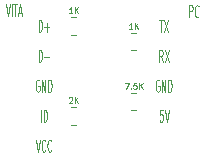
<source format=gbr>
%TF.GenerationSoftware,KiCad,Pcbnew,7.0.6*%
%TF.CreationDate,2023-08-09T20:27:15+02:00*%
%TF.ProjectId,PCH-2xxxJIG_0805_Nano,5043482d-3278-4787-984a-49475f303830,rev?*%
%TF.SameCoordinates,Original*%
%TF.FileFunction,Legend,Top*%
%TF.FilePolarity,Positive*%
%FSLAX46Y46*%
G04 Gerber Fmt 4.6, Leading zero omitted, Abs format (unit mm)*
G04 Created by KiCad (PCBNEW 7.0.6) date 2023-08-09 20:27:15*
%MOMM*%
%LPD*%
G01*
G04 APERTURE LIST*
%ADD10C,0.125000*%
%ADD11C,0.120000*%
G04 APERTURE END LIST*
D10*
X73279048Y-32476119D02*
X73564762Y-32476119D01*
X73421905Y-33476119D02*
X73421905Y-32476119D01*
X73683809Y-32476119D02*
X74017142Y-33476119D01*
X74017142Y-32476119D02*
X73683809Y-33476119D01*
X75819047Y-32256119D02*
X75819047Y-31256119D01*
X75819047Y-31256119D02*
X76009523Y-31256119D01*
X76009523Y-31256119D02*
X76057142Y-31303738D01*
X76057142Y-31303738D02*
X76080952Y-31351357D01*
X76080952Y-31351357D02*
X76104761Y-31446595D01*
X76104761Y-31446595D02*
X76104761Y-31589452D01*
X76104761Y-31589452D02*
X76080952Y-31684690D01*
X76080952Y-31684690D02*
X76057142Y-31732309D01*
X76057142Y-31732309D02*
X76009523Y-31779928D01*
X76009523Y-31779928D02*
X75819047Y-31779928D01*
X76604761Y-32160880D02*
X76580952Y-32208500D01*
X76580952Y-32208500D02*
X76509523Y-32256119D01*
X76509523Y-32256119D02*
X76461904Y-32256119D01*
X76461904Y-32256119D02*
X76390476Y-32208500D01*
X76390476Y-32208500D02*
X76342857Y-32113261D01*
X76342857Y-32113261D02*
X76319047Y-32018023D01*
X76319047Y-32018023D02*
X76295238Y-31827547D01*
X76295238Y-31827547D02*
X76295238Y-31684690D01*
X76295238Y-31684690D02*
X76319047Y-31494214D01*
X76319047Y-31494214D02*
X76342857Y-31398976D01*
X76342857Y-31398976D02*
X76390476Y-31303738D01*
X76390476Y-31303738D02*
X76461904Y-31256119D01*
X76461904Y-31256119D02*
X76509523Y-31256119D01*
X76509523Y-31256119D02*
X76580952Y-31303738D01*
X76580952Y-31303738D02*
X76604761Y-31351357D01*
X65647143Y-39072428D02*
X65670952Y-39048619D01*
X65670952Y-39048619D02*
X65718571Y-39024809D01*
X65718571Y-39024809D02*
X65837619Y-39024809D01*
X65837619Y-39024809D02*
X65885238Y-39048619D01*
X65885238Y-39048619D02*
X65909047Y-39072428D01*
X65909047Y-39072428D02*
X65932857Y-39120047D01*
X65932857Y-39120047D02*
X65932857Y-39167666D01*
X65932857Y-39167666D02*
X65909047Y-39239095D01*
X65909047Y-39239095D02*
X65623333Y-39524809D01*
X65623333Y-39524809D02*
X65932857Y-39524809D01*
X66147142Y-39524809D02*
X66147142Y-39024809D01*
X66432856Y-39524809D02*
X66218571Y-39239095D01*
X66432856Y-39024809D02*
X66147142Y-39310523D01*
X63059523Y-36016119D02*
X63059523Y-35016119D01*
X63059523Y-35016119D02*
X63178571Y-35016119D01*
X63178571Y-35016119D02*
X63249999Y-35063738D01*
X63249999Y-35063738D02*
X63297618Y-35158976D01*
X63297618Y-35158976D02*
X63321428Y-35254214D01*
X63321428Y-35254214D02*
X63345237Y-35444690D01*
X63345237Y-35444690D02*
X63345237Y-35587547D01*
X63345237Y-35587547D02*
X63321428Y-35778023D01*
X63321428Y-35778023D02*
X63297618Y-35873261D01*
X63297618Y-35873261D02*
X63249999Y-35968500D01*
X63249999Y-35968500D02*
X63178571Y-36016119D01*
X63178571Y-36016119D02*
X63059523Y-36016119D01*
X63559523Y-35635166D02*
X63940476Y-35635166D01*
X60269525Y-31156119D02*
X60436191Y-32156119D01*
X60436191Y-32156119D02*
X60602858Y-31156119D01*
X60769524Y-32156119D02*
X60769524Y-31156119D01*
X60936191Y-31156119D02*
X61221905Y-31156119D01*
X61079048Y-32156119D02*
X61079048Y-31156119D01*
X61364762Y-31870404D02*
X61602857Y-31870404D01*
X61317143Y-32156119D02*
X61483809Y-31156119D01*
X61483809Y-31156119D02*
X61650476Y-32156119D01*
X73564762Y-40096119D02*
X73326667Y-40096119D01*
X73326667Y-40096119D02*
X73302858Y-40572309D01*
X73302858Y-40572309D02*
X73326667Y-40524690D01*
X73326667Y-40524690D02*
X73374286Y-40477071D01*
X73374286Y-40477071D02*
X73493334Y-40477071D01*
X73493334Y-40477071D02*
X73540953Y-40524690D01*
X73540953Y-40524690D02*
X73564762Y-40572309D01*
X73564762Y-40572309D02*
X73588572Y-40667547D01*
X73588572Y-40667547D02*
X73588572Y-40905642D01*
X73588572Y-40905642D02*
X73564762Y-41000880D01*
X73564762Y-41000880D02*
X73540953Y-41048500D01*
X73540953Y-41048500D02*
X73493334Y-41096119D01*
X73493334Y-41096119D02*
X73374286Y-41096119D01*
X73374286Y-41096119D02*
X73326667Y-41048500D01*
X73326667Y-41048500D02*
X73302858Y-41000880D01*
X73731429Y-40096119D02*
X73898095Y-41096119D01*
X73898095Y-41096119D02*
X74064762Y-40096119D01*
X73576666Y-36016119D02*
X73410000Y-35539928D01*
X73290952Y-36016119D02*
X73290952Y-35016119D01*
X73290952Y-35016119D02*
X73481428Y-35016119D01*
X73481428Y-35016119D02*
X73529047Y-35063738D01*
X73529047Y-35063738D02*
X73552857Y-35111357D01*
X73552857Y-35111357D02*
X73576666Y-35206595D01*
X73576666Y-35206595D02*
X73576666Y-35349452D01*
X73576666Y-35349452D02*
X73552857Y-35444690D01*
X73552857Y-35444690D02*
X73529047Y-35492309D01*
X73529047Y-35492309D02*
X73481428Y-35539928D01*
X73481428Y-35539928D02*
X73290952Y-35539928D01*
X73743333Y-35016119D02*
X74076666Y-36016119D01*
X74076666Y-35016119D02*
X73743333Y-36016119D01*
X71012857Y-33244809D02*
X70727143Y-33244809D01*
X70870000Y-33244809D02*
X70870000Y-32744809D01*
X70870000Y-32744809D02*
X70822381Y-32816238D01*
X70822381Y-32816238D02*
X70774762Y-32863857D01*
X70774762Y-32863857D02*
X70727143Y-32887666D01*
X71227142Y-33244809D02*
X71227142Y-32744809D01*
X71512856Y-33244809D02*
X71298571Y-32959095D01*
X71512856Y-32744809D02*
X71227142Y-33030523D01*
X63059523Y-33476119D02*
X63059523Y-32476119D01*
X63059523Y-32476119D02*
X63178571Y-32476119D01*
X63178571Y-32476119D02*
X63249999Y-32523738D01*
X63249999Y-32523738D02*
X63297618Y-32618976D01*
X63297618Y-32618976D02*
X63321428Y-32714214D01*
X63321428Y-32714214D02*
X63345237Y-32904690D01*
X63345237Y-32904690D02*
X63345237Y-33047547D01*
X63345237Y-33047547D02*
X63321428Y-33238023D01*
X63321428Y-33238023D02*
X63297618Y-33333261D01*
X63297618Y-33333261D02*
X63249999Y-33428500D01*
X63249999Y-33428500D02*
X63178571Y-33476119D01*
X63178571Y-33476119D02*
X63059523Y-33476119D01*
X63559523Y-33095166D02*
X63940476Y-33095166D01*
X63749999Y-33476119D02*
X63749999Y-32714214D01*
X73279047Y-37603738D02*
X73231428Y-37556119D01*
X73231428Y-37556119D02*
X73159999Y-37556119D01*
X73159999Y-37556119D02*
X73088571Y-37603738D01*
X73088571Y-37603738D02*
X73040952Y-37698976D01*
X73040952Y-37698976D02*
X73017142Y-37794214D01*
X73017142Y-37794214D02*
X72993333Y-37984690D01*
X72993333Y-37984690D02*
X72993333Y-38127547D01*
X72993333Y-38127547D02*
X73017142Y-38318023D01*
X73017142Y-38318023D02*
X73040952Y-38413261D01*
X73040952Y-38413261D02*
X73088571Y-38508500D01*
X73088571Y-38508500D02*
X73159999Y-38556119D01*
X73159999Y-38556119D02*
X73207618Y-38556119D01*
X73207618Y-38556119D02*
X73279047Y-38508500D01*
X73279047Y-38508500D02*
X73302856Y-38460880D01*
X73302856Y-38460880D02*
X73302856Y-38127547D01*
X73302856Y-38127547D02*
X73207618Y-38127547D01*
X73517142Y-38556119D02*
X73517142Y-37556119D01*
X73517142Y-37556119D02*
X73802856Y-38556119D01*
X73802856Y-38556119D02*
X73802856Y-37556119D01*
X74040952Y-38556119D02*
X74040952Y-37556119D01*
X74040952Y-37556119D02*
X74160000Y-37556119D01*
X74160000Y-37556119D02*
X74231428Y-37603738D01*
X74231428Y-37603738D02*
X74279047Y-37698976D01*
X74279047Y-37698976D02*
X74302857Y-37794214D01*
X74302857Y-37794214D02*
X74326666Y-37984690D01*
X74326666Y-37984690D02*
X74326666Y-38127547D01*
X74326666Y-38127547D02*
X74302857Y-38318023D01*
X74302857Y-38318023D02*
X74279047Y-38413261D01*
X74279047Y-38413261D02*
X74231428Y-38508500D01*
X74231428Y-38508500D02*
X74160000Y-38556119D01*
X74160000Y-38556119D02*
X74040952Y-38556119D01*
X65932857Y-31924809D02*
X65647143Y-31924809D01*
X65790000Y-31924809D02*
X65790000Y-31424809D01*
X65790000Y-31424809D02*
X65742381Y-31496238D01*
X65742381Y-31496238D02*
X65694762Y-31543857D01*
X65694762Y-31543857D02*
X65647143Y-31567666D01*
X66147142Y-31924809D02*
X66147142Y-31424809D01*
X66432856Y-31924809D02*
X66218571Y-31639095D01*
X66432856Y-31424809D02*
X66147142Y-31710523D01*
X63119047Y-37603738D02*
X63071428Y-37556119D01*
X63071428Y-37556119D02*
X62999999Y-37556119D01*
X62999999Y-37556119D02*
X62928571Y-37603738D01*
X62928571Y-37603738D02*
X62880952Y-37698976D01*
X62880952Y-37698976D02*
X62857142Y-37794214D01*
X62857142Y-37794214D02*
X62833333Y-37984690D01*
X62833333Y-37984690D02*
X62833333Y-38127547D01*
X62833333Y-38127547D02*
X62857142Y-38318023D01*
X62857142Y-38318023D02*
X62880952Y-38413261D01*
X62880952Y-38413261D02*
X62928571Y-38508500D01*
X62928571Y-38508500D02*
X62999999Y-38556119D01*
X62999999Y-38556119D02*
X63047618Y-38556119D01*
X63047618Y-38556119D02*
X63119047Y-38508500D01*
X63119047Y-38508500D02*
X63142856Y-38460880D01*
X63142856Y-38460880D02*
X63142856Y-38127547D01*
X63142856Y-38127547D02*
X63047618Y-38127547D01*
X63357142Y-38556119D02*
X63357142Y-37556119D01*
X63357142Y-37556119D02*
X63642856Y-38556119D01*
X63642856Y-38556119D02*
X63642856Y-37556119D01*
X63880952Y-38556119D02*
X63880952Y-37556119D01*
X63880952Y-37556119D02*
X64000000Y-37556119D01*
X64000000Y-37556119D02*
X64071428Y-37603738D01*
X64071428Y-37603738D02*
X64119047Y-37698976D01*
X64119047Y-37698976D02*
X64142857Y-37794214D01*
X64142857Y-37794214D02*
X64166666Y-37984690D01*
X64166666Y-37984690D02*
X64166666Y-38127547D01*
X64166666Y-38127547D02*
X64142857Y-38318023D01*
X64142857Y-38318023D02*
X64119047Y-38413261D01*
X64119047Y-38413261D02*
X64071428Y-38508500D01*
X64071428Y-38508500D02*
X64000000Y-38556119D01*
X64000000Y-38556119D02*
X63880952Y-38556119D01*
X62833334Y-42636119D02*
X63000000Y-43636119D01*
X63000000Y-43636119D02*
X63166667Y-42636119D01*
X63619047Y-43540880D02*
X63595238Y-43588500D01*
X63595238Y-43588500D02*
X63523809Y-43636119D01*
X63523809Y-43636119D02*
X63476190Y-43636119D01*
X63476190Y-43636119D02*
X63404762Y-43588500D01*
X63404762Y-43588500D02*
X63357143Y-43493261D01*
X63357143Y-43493261D02*
X63333333Y-43398023D01*
X63333333Y-43398023D02*
X63309524Y-43207547D01*
X63309524Y-43207547D02*
X63309524Y-43064690D01*
X63309524Y-43064690D02*
X63333333Y-42874214D01*
X63333333Y-42874214D02*
X63357143Y-42778976D01*
X63357143Y-42778976D02*
X63404762Y-42683738D01*
X63404762Y-42683738D02*
X63476190Y-42636119D01*
X63476190Y-42636119D02*
X63523809Y-42636119D01*
X63523809Y-42636119D02*
X63595238Y-42683738D01*
X63595238Y-42683738D02*
X63619047Y-42731357D01*
X64119047Y-43540880D02*
X64095238Y-43588500D01*
X64095238Y-43588500D02*
X64023809Y-43636119D01*
X64023809Y-43636119D02*
X63976190Y-43636119D01*
X63976190Y-43636119D02*
X63904762Y-43588500D01*
X63904762Y-43588500D02*
X63857143Y-43493261D01*
X63857143Y-43493261D02*
X63833333Y-43398023D01*
X63833333Y-43398023D02*
X63809524Y-43207547D01*
X63809524Y-43207547D02*
X63809524Y-43064690D01*
X63809524Y-43064690D02*
X63833333Y-42874214D01*
X63833333Y-42874214D02*
X63857143Y-42778976D01*
X63857143Y-42778976D02*
X63904762Y-42683738D01*
X63904762Y-42683738D02*
X63976190Y-42636119D01*
X63976190Y-42636119D02*
X64023809Y-42636119D01*
X64023809Y-42636119D02*
X64095238Y-42683738D01*
X64095238Y-42683738D02*
X64119047Y-42731357D01*
X63250000Y-41096119D02*
X63250000Y-40096119D01*
X63488095Y-41096119D02*
X63488095Y-40096119D01*
X63488095Y-40096119D02*
X63607143Y-40096119D01*
X63607143Y-40096119D02*
X63678571Y-40143738D01*
X63678571Y-40143738D02*
X63726190Y-40238976D01*
X63726190Y-40238976D02*
X63750000Y-40334214D01*
X63750000Y-40334214D02*
X63773809Y-40524690D01*
X63773809Y-40524690D02*
X63773809Y-40667547D01*
X63773809Y-40667547D02*
X63750000Y-40858023D01*
X63750000Y-40858023D02*
X63726190Y-40953261D01*
X63726190Y-40953261D02*
X63678571Y-41048500D01*
X63678571Y-41048500D02*
X63607143Y-41096119D01*
X63607143Y-41096119D02*
X63488095Y-41096119D01*
X70346191Y-37824809D02*
X70679524Y-37824809D01*
X70679524Y-37824809D02*
X70465239Y-38324809D01*
X70870000Y-38277190D02*
X70893810Y-38301000D01*
X70893810Y-38301000D02*
X70870000Y-38324809D01*
X70870000Y-38324809D02*
X70846191Y-38301000D01*
X70846191Y-38301000D02*
X70870000Y-38277190D01*
X70870000Y-38277190D02*
X70870000Y-38324809D01*
X71346190Y-37824809D02*
X71108095Y-37824809D01*
X71108095Y-37824809D02*
X71084286Y-38062904D01*
X71084286Y-38062904D02*
X71108095Y-38039095D01*
X71108095Y-38039095D02*
X71155714Y-38015285D01*
X71155714Y-38015285D02*
X71274762Y-38015285D01*
X71274762Y-38015285D02*
X71322381Y-38039095D01*
X71322381Y-38039095D02*
X71346190Y-38062904D01*
X71346190Y-38062904D02*
X71370000Y-38110523D01*
X71370000Y-38110523D02*
X71370000Y-38229571D01*
X71370000Y-38229571D02*
X71346190Y-38277190D01*
X71346190Y-38277190D02*
X71322381Y-38301000D01*
X71322381Y-38301000D02*
X71274762Y-38324809D01*
X71274762Y-38324809D02*
X71155714Y-38324809D01*
X71155714Y-38324809D02*
X71108095Y-38301000D01*
X71108095Y-38301000D02*
X71084286Y-38277190D01*
X71584285Y-38324809D02*
X71584285Y-37824809D01*
X71869999Y-38324809D02*
X71655714Y-38039095D01*
X71869999Y-37824809D02*
X71584285Y-38110523D01*
D11*
%TO.C,REF\u002A\u002A*%
X70892936Y-38665000D02*
X71347064Y-38665000D01*
X70892936Y-40135000D02*
X71347064Y-40135000D01*
X70892936Y-33565000D02*
X71347064Y-33565000D01*
X70892936Y-35035000D02*
X71347064Y-35035000D01*
X65812936Y-32285000D02*
X66267064Y-32285000D01*
X65812936Y-33755000D02*
X66267064Y-33755000D01*
X65812936Y-39905000D02*
X66267064Y-39905000D01*
X65812936Y-41375000D02*
X66267064Y-41375000D01*
%TD*%
M02*

</source>
